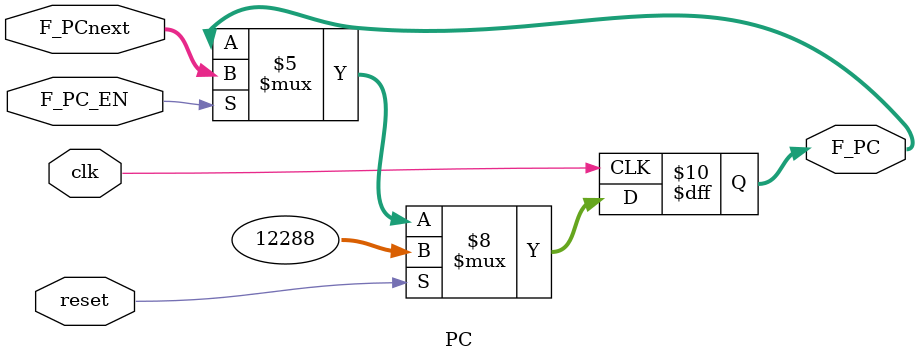
<source format=v>
`timescale 1ns / 1ps
module PC(
    input clk,
    input reset,
    input F_PC_EN,
    input [31:0] F_PCnext,
    output reg [31:0] F_PC
    );
	 
	 always @(posedge clk) begin
        if (reset == 1'b1) begin
		      F_PC <= 32'h00003000;
		  end else begin
		      if (F_PC_EN == 1'b1) begin
				    F_PC <= F_PCnext;
				end else begin
				    F_PC <= F_PC;
				end
		  end
    end	 

endmodule

</source>
